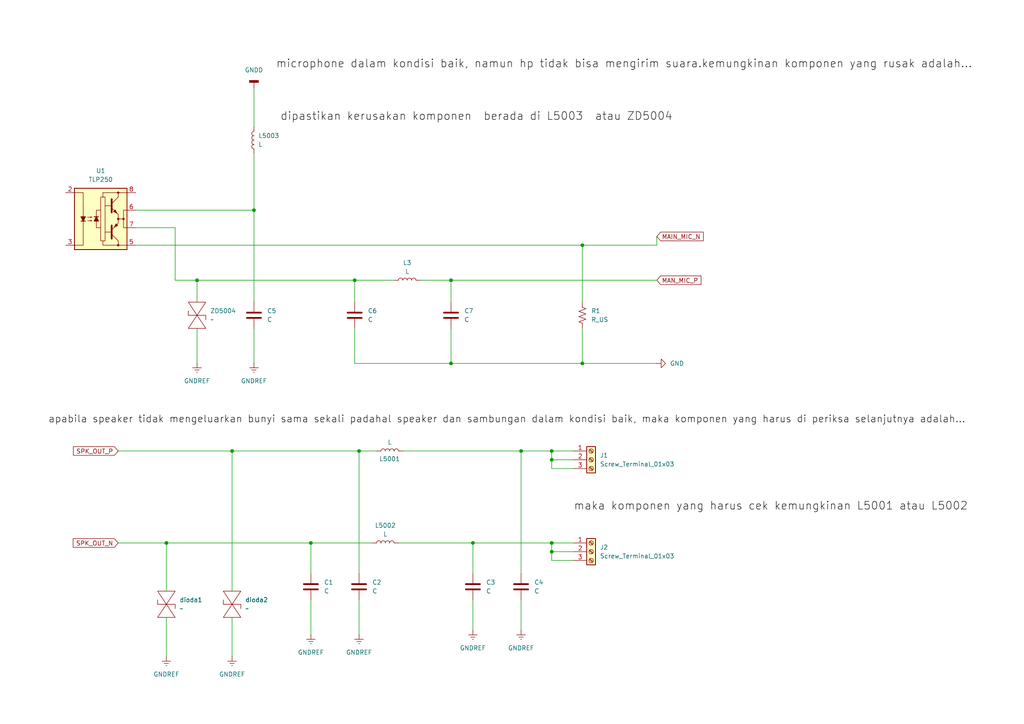
<source format=kicad_sch>
(kicad_sch
	(version 20250114)
	(generator "eeschema")
	(generator_version "9.0")
	(uuid "cef050b4-0b2f-44ba-862d-1af4e15a97d0")
	(paper "A4")
	(lib_symbols
		(symbol "Connector:Screw_Terminal_01x03"
			(pin_names
				(offset 1.016)
				(hide yes)
			)
			(exclude_from_sim no)
			(in_bom yes)
			(on_board yes)
			(property "Reference" "J"
				(at 0 5.08 0)
				(effects
					(font
						(size 1.27 1.27)
					)
				)
			)
			(property "Value" "Screw_Terminal_01x03"
				(at 0 -5.08 0)
				(effects
					(font
						(size 1.27 1.27)
					)
				)
			)
			(property "Footprint" ""
				(at 0 0 0)
				(effects
					(font
						(size 1.27 1.27)
					)
					(hide yes)
				)
			)
			(property "Datasheet" "~"
				(at 0 0 0)
				(effects
					(font
						(size 1.27 1.27)
					)
					(hide yes)
				)
			)
			(property "Description" "Generic screw terminal, single row, 01x03, script generated (kicad-library-utils/schlib/autogen/connector/)"
				(at 0 0 0)
				(effects
					(font
						(size 1.27 1.27)
					)
					(hide yes)
				)
			)
			(property "ki_keywords" "screw terminal"
				(at 0 0 0)
				(effects
					(font
						(size 1.27 1.27)
					)
					(hide yes)
				)
			)
			(property "ki_fp_filters" "TerminalBlock*:*"
				(at 0 0 0)
				(effects
					(font
						(size 1.27 1.27)
					)
					(hide yes)
				)
			)
			(symbol "Screw_Terminal_01x03_1_1"
				(rectangle
					(start -1.27 3.81)
					(end 1.27 -3.81)
					(stroke
						(width 0.254)
						(type default)
					)
					(fill
						(type background)
					)
				)
				(polyline
					(pts
						(xy -0.5334 2.8702) (xy 0.3302 2.032)
					)
					(stroke
						(width 0.1524)
						(type default)
					)
					(fill
						(type none)
					)
				)
				(polyline
					(pts
						(xy -0.5334 0.3302) (xy 0.3302 -0.508)
					)
					(stroke
						(width 0.1524)
						(type default)
					)
					(fill
						(type none)
					)
				)
				(polyline
					(pts
						(xy -0.5334 -2.2098) (xy 0.3302 -3.048)
					)
					(stroke
						(width 0.1524)
						(type default)
					)
					(fill
						(type none)
					)
				)
				(polyline
					(pts
						(xy -0.3556 3.048) (xy 0.508 2.2098)
					)
					(stroke
						(width 0.1524)
						(type default)
					)
					(fill
						(type none)
					)
				)
				(polyline
					(pts
						(xy -0.3556 0.508) (xy 0.508 -0.3302)
					)
					(stroke
						(width 0.1524)
						(type default)
					)
					(fill
						(type none)
					)
				)
				(polyline
					(pts
						(xy -0.3556 -2.032) (xy 0.508 -2.8702)
					)
					(stroke
						(width 0.1524)
						(type default)
					)
					(fill
						(type none)
					)
				)
				(circle
					(center 0 2.54)
					(radius 0.635)
					(stroke
						(width 0.1524)
						(type default)
					)
					(fill
						(type none)
					)
				)
				(circle
					(center 0 0)
					(radius 0.635)
					(stroke
						(width 0.1524)
						(type default)
					)
					(fill
						(type none)
					)
				)
				(circle
					(center 0 -2.54)
					(radius 0.635)
					(stroke
						(width 0.1524)
						(type default)
					)
					(fill
						(type none)
					)
				)
				(pin passive line
					(at -5.08 2.54 0)
					(length 3.81)
					(name "Pin_1"
						(effects
							(font
								(size 1.27 1.27)
							)
						)
					)
					(number "1"
						(effects
							(font
								(size 1.27 1.27)
							)
						)
					)
				)
				(pin passive line
					(at -5.08 0 0)
					(length 3.81)
					(name "Pin_2"
						(effects
							(font
								(size 1.27 1.27)
							)
						)
					)
					(number "2"
						(effects
							(font
								(size 1.27 1.27)
							)
						)
					)
				)
				(pin passive line
					(at -5.08 -2.54 0)
					(length 3.81)
					(name "Pin_3"
						(effects
							(font
								(size 1.27 1.27)
							)
						)
					)
					(number "3"
						(effects
							(font
								(size 1.27 1.27)
							)
						)
					)
				)
			)
			(embedded_fonts no)
		)
		(symbol "Device:C"
			(pin_numbers
				(hide yes)
			)
			(pin_names
				(offset 0.254)
			)
			(exclude_from_sim no)
			(in_bom yes)
			(on_board yes)
			(property "Reference" "C"
				(at 0.635 2.54 0)
				(effects
					(font
						(size 1.27 1.27)
					)
					(justify left)
				)
			)
			(property "Value" "C"
				(at 0.635 -2.54 0)
				(effects
					(font
						(size 1.27 1.27)
					)
					(justify left)
				)
			)
			(property "Footprint" ""
				(at 0.9652 -3.81 0)
				(effects
					(font
						(size 1.27 1.27)
					)
					(hide yes)
				)
			)
			(property "Datasheet" "~"
				(at 0 0 0)
				(effects
					(font
						(size 1.27 1.27)
					)
					(hide yes)
				)
			)
			(property "Description" "Unpolarized capacitor"
				(at 0 0 0)
				(effects
					(font
						(size 1.27 1.27)
					)
					(hide yes)
				)
			)
			(property "ki_keywords" "cap capacitor"
				(at 0 0 0)
				(effects
					(font
						(size 1.27 1.27)
					)
					(hide yes)
				)
			)
			(property "ki_fp_filters" "C_*"
				(at 0 0 0)
				(effects
					(font
						(size 1.27 1.27)
					)
					(hide yes)
				)
			)
			(symbol "C_0_1"
				(polyline
					(pts
						(xy -2.032 0.762) (xy 2.032 0.762)
					)
					(stroke
						(width 0.508)
						(type default)
					)
					(fill
						(type none)
					)
				)
				(polyline
					(pts
						(xy -2.032 -0.762) (xy 2.032 -0.762)
					)
					(stroke
						(width 0.508)
						(type default)
					)
					(fill
						(type none)
					)
				)
			)
			(symbol "C_1_1"
				(pin passive line
					(at 0 3.81 270)
					(length 2.794)
					(name "~"
						(effects
							(font
								(size 1.27 1.27)
							)
						)
					)
					(number "1"
						(effects
							(font
								(size 1.27 1.27)
							)
						)
					)
				)
				(pin passive line
					(at 0 -3.81 90)
					(length 2.794)
					(name "~"
						(effects
							(font
								(size 1.27 1.27)
							)
						)
					)
					(number "2"
						(effects
							(font
								(size 1.27 1.27)
							)
						)
					)
				)
			)
			(embedded_fonts no)
		)
		(symbol "Device:L"
			(pin_numbers
				(hide yes)
			)
			(pin_names
				(offset 1.016)
				(hide yes)
			)
			(exclude_from_sim no)
			(in_bom yes)
			(on_board yes)
			(property "Reference" "L"
				(at -1.27 0 90)
				(effects
					(font
						(size 1.27 1.27)
					)
				)
			)
			(property "Value" "L"
				(at 1.905 0 90)
				(effects
					(font
						(size 1.27 1.27)
					)
				)
			)
			(property "Footprint" ""
				(at 0 0 0)
				(effects
					(font
						(size 1.27 1.27)
					)
					(hide yes)
				)
			)
			(property "Datasheet" "~"
				(at 0 0 0)
				(effects
					(font
						(size 1.27 1.27)
					)
					(hide yes)
				)
			)
			(property "Description" "Inductor"
				(at 0 0 0)
				(effects
					(font
						(size 1.27 1.27)
					)
					(hide yes)
				)
			)
			(property "ki_keywords" "inductor choke coil reactor magnetic"
				(at 0 0 0)
				(effects
					(font
						(size 1.27 1.27)
					)
					(hide yes)
				)
			)
			(property "ki_fp_filters" "Choke_* *Coil* Inductor_* L_*"
				(at 0 0 0)
				(effects
					(font
						(size 1.27 1.27)
					)
					(hide yes)
				)
			)
			(symbol "L_0_1"
				(arc
					(start 0 2.54)
					(mid 0.6323 1.905)
					(end 0 1.27)
					(stroke
						(width 0)
						(type default)
					)
					(fill
						(type none)
					)
				)
				(arc
					(start 0 1.27)
					(mid 0.6323 0.635)
					(end 0 0)
					(stroke
						(width 0)
						(type default)
					)
					(fill
						(type none)
					)
				)
				(arc
					(start 0 0)
					(mid 0.6323 -0.635)
					(end 0 -1.27)
					(stroke
						(width 0)
						(type default)
					)
					(fill
						(type none)
					)
				)
				(arc
					(start 0 -1.27)
					(mid 0.6323 -1.905)
					(end 0 -2.54)
					(stroke
						(width 0)
						(type default)
					)
					(fill
						(type none)
					)
				)
			)
			(symbol "L_1_1"
				(pin passive line
					(at 0 3.81 270)
					(length 1.27)
					(name "1"
						(effects
							(font
								(size 1.27 1.27)
							)
						)
					)
					(number "1"
						(effects
							(font
								(size 1.27 1.27)
							)
						)
					)
				)
				(pin passive line
					(at 0 -3.81 90)
					(length 1.27)
					(name "2"
						(effects
							(font
								(size 1.27 1.27)
							)
						)
					)
					(number "2"
						(effects
							(font
								(size 1.27 1.27)
							)
						)
					)
				)
			)
			(embedded_fonts no)
		)
		(symbol "Device:R_US"
			(pin_numbers
				(hide yes)
			)
			(pin_names
				(offset 0)
			)
			(exclude_from_sim no)
			(in_bom yes)
			(on_board yes)
			(property "Reference" "R"
				(at 2.54 0 90)
				(effects
					(font
						(size 1.27 1.27)
					)
				)
			)
			(property "Value" "R_US"
				(at -2.54 0 90)
				(effects
					(font
						(size 1.27 1.27)
					)
				)
			)
			(property "Footprint" ""
				(at 1.016 -0.254 90)
				(effects
					(font
						(size 1.27 1.27)
					)
					(hide yes)
				)
			)
			(property "Datasheet" "~"
				(at 0 0 0)
				(effects
					(font
						(size 1.27 1.27)
					)
					(hide yes)
				)
			)
			(property "Description" "Resistor, US symbol"
				(at 0 0 0)
				(effects
					(font
						(size 1.27 1.27)
					)
					(hide yes)
				)
			)
			(property "ki_keywords" "R res resistor"
				(at 0 0 0)
				(effects
					(font
						(size 1.27 1.27)
					)
					(hide yes)
				)
			)
			(property "ki_fp_filters" "R_*"
				(at 0 0 0)
				(effects
					(font
						(size 1.27 1.27)
					)
					(hide yes)
				)
			)
			(symbol "R_US_0_1"
				(polyline
					(pts
						(xy 0 2.286) (xy 0 2.54)
					)
					(stroke
						(width 0)
						(type default)
					)
					(fill
						(type none)
					)
				)
				(polyline
					(pts
						(xy 0 2.286) (xy 1.016 1.905) (xy 0 1.524) (xy -1.016 1.143) (xy 0 0.762)
					)
					(stroke
						(width 0)
						(type default)
					)
					(fill
						(type none)
					)
				)
				(polyline
					(pts
						(xy 0 0.762) (xy 1.016 0.381) (xy 0 0) (xy -1.016 -0.381) (xy 0 -0.762)
					)
					(stroke
						(width 0)
						(type default)
					)
					(fill
						(type none)
					)
				)
				(polyline
					(pts
						(xy 0 -0.762) (xy 1.016 -1.143) (xy 0 -1.524) (xy -1.016 -1.905) (xy 0 -2.286)
					)
					(stroke
						(width 0)
						(type default)
					)
					(fill
						(type none)
					)
				)
				(polyline
					(pts
						(xy 0 -2.286) (xy 0 -2.54)
					)
					(stroke
						(width 0)
						(type default)
					)
					(fill
						(type none)
					)
				)
			)
			(symbol "R_US_1_1"
				(pin passive line
					(at 0 3.81 270)
					(length 1.27)
					(name "~"
						(effects
							(font
								(size 1.27 1.27)
							)
						)
					)
					(number "1"
						(effects
							(font
								(size 1.27 1.27)
							)
						)
					)
				)
				(pin passive line
					(at 0 -3.81 90)
					(length 1.27)
					(name "~"
						(effects
							(font
								(size 1.27 1.27)
							)
						)
					)
					(number "2"
						(effects
							(font
								(size 1.27 1.27)
							)
						)
					)
				)
			)
			(embedded_fonts no)
		)
		(symbol "Driver_FET:TLP250"
			(pin_names
				(hide yes)
			)
			(exclude_from_sim no)
			(in_bom yes)
			(on_board yes)
			(property "Reference" "U"
				(at 0 12.7 0)
				(effects
					(font
						(size 1.27 1.27)
					)
				)
			)
			(property "Value" "TLP250"
				(at 0 10.16 0)
				(effects
					(font
						(size 1.27 1.27)
					)
				)
			)
			(property "Footprint" "Package_DIP:DIP-8_W7.62mm"
				(at 0 -10.16 0)
				(effects
					(font
						(size 1.27 1.27)
						(italic yes)
					)
					(hide yes)
				)
			)
			(property "Datasheet" "http://toshiba.semicon-storage.com/info/docget.jsp?did=16821&prodName=TLP250"
				(at -2.286 0.127 0)
				(effects
					(font
						(size 1.27 1.27)
					)
					(justify left)
					(hide yes)
				)
			)
			(property "Description" "Gate Drive Optocoupler, Output Current 1.5/1.5A, DIP-8"
				(at 0 0 0)
				(effects
					(font
						(size 1.27 1.27)
					)
					(hide yes)
				)
			)
			(property "ki_keywords" "MOSFET Driver IGBT Driver Optocoupler"
				(at 0 0 0)
				(effects
					(font
						(size 1.27 1.27)
					)
					(hide yes)
				)
			)
			(property "ki_fp_filters" "DIP*W7.62mm*"
				(at 0 0 0)
				(effects
					(font
						(size 1.27 1.27)
					)
					(hide yes)
				)
			)
			(symbol "TLP250_0_1"
				(rectangle
					(start -7.62 8.89)
					(end 7.62 -8.89)
					(stroke
						(width 0.254)
						(type default)
					)
					(fill
						(type background)
					)
				)
				(polyline
					(pts
						(xy -7.62 7.62) (xy -5.08 7.62) (xy -5.08 -7.62) (xy -7.62 -7.62)
					)
					(stroke
						(width 0)
						(type default)
					)
					(fill
						(type none)
					)
				)
				(polyline
					(pts
						(xy -5.715 -0.635) (xy -4.445 -0.635)
					)
					(stroke
						(width 0.254)
						(type default)
					)
					(fill
						(type none)
					)
				)
				(polyline
					(pts
						(xy -5.08 -0.635) (xy -5.715 0.635) (xy -4.445 0.635) (xy -5.08 -0.635)
					)
					(stroke
						(width 0.254)
						(type default)
					)
					(fill
						(type outline)
					)
				)
				(polyline
					(pts
						(xy -3.81 0.508) (xy -2.54 0.508) (xy -2.921 0.381) (xy -2.921 0.635) (xy -2.54 0.508)
					)
					(stroke
						(width 0)
						(type default)
					)
					(fill
						(type none)
					)
				)
				(polyline
					(pts
						(xy -3.81 -0.508) (xy -2.54 -0.508) (xy -2.921 -0.635) (xy -2.921 -0.381) (xy -2.54 -0.508)
					)
					(stroke
						(width 0)
						(type default)
					)
					(fill
						(type none)
					)
				)
				(polyline
					(pts
						(xy -1.27 0.635) (xy -1.27 2.54) (xy 0 2.54)
					)
					(stroke
						(width 0)
						(type default)
					)
					(fill
						(type none)
					)
				)
				(polyline
					(pts
						(xy -1.27 0.635) (xy -0.635 -0.635) (xy -1.905 -0.635) (xy -1.27 0.635)
					)
					(stroke
						(width 0.254)
						(type default)
					)
					(fill
						(type outline)
					)
				)
				(polyline
					(pts
						(xy -1.27 -0.635) (xy -1.27 -2.54) (xy 0 -2.54)
					)
					(stroke
						(width 0)
						(type default)
					)
					(fill
						(type none)
					)
				)
				(polyline
					(pts
						(xy -0.635 0.635) (xy -1.905 0.635)
					)
					(stroke
						(width 0.254)
						(type default)
					)
					(fill
						(type none)
					)
				)
				(rectangle
					(start 0.635 6.35)
					(end 0.635 7.62)
					(stroke
						(width 0)
						(type default)
					)
					(fill
						(type none)
					)
				)
				(rectangle
					(start 0.635 6.35)
					(end 0.635 6.35)
					(stroke
						(width 0)
						(type default)
					)
					(fill
						(type none)
					)
				)
				(polyline
					(pts
						(xy 0.635 -6.35) (xy 0.635 -7.62) (xy 7.62 -7.62)
					)
					(stroke
						(width 0)
						(type default)
					)
					(fill
						(type none)
					)
				)
				(polyline
					(pts
						(xy 1.27 6.35) (xy 1.27 -6.35) (xy 0 -6.35) (xy 0 6.35) (xy 1.27 6.35)
					)
					(stroke
						(width 0)
						(type default)
					)
					(fill
						(type none)
					)
				)
				(polyline
					(pts
						(xy 3.048 3.81) (xy 1.27 3.81)
					)
					(stroke
						(width 0)
						(type default)
					)
					(fill
						(type none)
					)
				)
				(polyline
					(pts
						(xy 3.048 -3.81) (xy 1.27 -3.81)
					)
					(stroke
						(width 0)
						(type default)
					)
					(fill
						(type none)
					)
				)
				(polyline
					(pts
						(xy 3.175 5.715) (xy 3.175 1.905) (xy 3.175 1.905)
					)
					(stroke
						(width 0.508)
						(type default)
					)
					(fill
						(type none)
					)
				)
				(polyline
					(pts
						(xy 3.175 4.445) (xy 5.08 6.35)
					)
					(stroke
						(width 0)
						(type default)
					)
					(fill
						(type none)
					)
				)
				(polyline
					(pts
						(xy 3.175 -4.445) (xy 5.08 -6.35)
					)
					(stroke
						(width 0)
						(type default)
					)
					(fill
						(type none)
					)
				)
				(polyline
					(pts
						(xy 3.175 -5.715) (xy 3.175 -1.905) (xy 3.175 -1.905)
					)
					(stroke
						(width 0.508)
						(type default)
					)
					(fill
						(type none)
					)
				)
				(polyline
					(pts
						(xy 3.683 2.159) (xy 4.191 2.667) (xy 4.699 1.651) (xy 3.683 2.159) (xy 3.683 2.159)
					)
					(stroke
						(width 0)
						(type default)
					)
					(fill
						(type outline)
					)
				)
				(polyline
					(pts
						(xy 4.953 -1.905) (xy 4.445 -1.397) (xy 3.937 -2.413) (xy 4.953 -1.905) (xy 4.953 -1.905)
					)
					(stroke
						(width 0)
						(type default)
					)
					(fill
						(type outline)
					)
				)
				(circle
					(center 5.08 7.62)
					(radius 0.254)
					(stroke
						(width 0)
						(type default)
					)
					(fill
						(type outline)
					)
				)
				(polyline
					(pts
						(xy 5.08 6.35) (xy 5.08 7.62)
					)
					(stroke
						(width 0)
						(type default)
					)
					(fill
						(type none)
					)
				)
				(polyline
					(pts
						(xy 5.08 1.27) (xy 3.175 3.175)
					)
					(stroke
						(width 0)
						(type default)
					)
					(fill
						(type outline)
					)
				)
				(rectangle
					(start 5.08 1.27)
					(end 5.08 -1.27)
					(stroke
						(width 0)
						(type default)
					)
					(fill
						(type none)
					)
				)
				(polyline
					(pts
						(xy 5.08 0) (xy 6.604 0)
					)
					(stroke
						(width 0)
						(type default)
					)
					(fill
						(type none)
					)
				)
				(circle
					(center 5.08 0)
					(radius 0.254)
					(stroke
						(width 0)
						(type default)
					)
					(fill
						(type outline)
					)
				)
				(polyline
					(pts
						(xy 5.08 -1.27) (xy 3.175 -3.175)
					)
					(stroke
						(width 0)
						(type default)
					)
					(fill
						(type outline)
					)
				)
				(polyline
					(pts
						(xy 5.08 -6.35) (xy 5.08 -7.62)
					)
					(stroke
						(width 0)
						(type default)
					)
					(fill
						(type none)
					)
				)
				(circle
					(center 5.08 -7.62)
					(radius 0.254)
					(stroke
						(width 0)
						(type default)
					)
					(fill
						(type outline)
					)
				)
				(circle
					(center 6.604 0)
					(radius 0.254)
					(stroke
						(width 0)
						(type default)
					)
					(fill
						(type outline)
					)
				)
				(polyline
					(pts
						(xy 7.62 7.62) (xy 0.635 7.62)
					)
					(stroke
						(width 0)
						(type default)
					)
					(fill
						(type none)
					)
				)
				(polyline
					(pts
						(xy 7.62 2.54) (xy 6.604 2.54) (xy 6.604 -2.54) (xy 7.62 -2.54)
					)
					(stroke
						(width 0)
						(type default)
					)
					(fill
						(type none)
					)
				)
			)
			(symbol "TLP250_1_1"
				(pin passive line
					(at -10.16 7.62 0)
					(length 2.54)
					(name "A"
						(effects
							(font
								(size 1.27 1.27)
							)
						)
					)
					(number "2"
						(effects
							(font
								(size 1.27 1.27)
							)
						)
					)
				)
				(pin passive line
					(at -10.16 -7.62 0)
					(length 2.54)
					(name "C"
						(effects
							(font
								(size 1.27 1.27)
							)
						)
					)
					(number "3"
						(effects
							(font
								(size 1.27 1.27)
							)
						)
					)
				)
				(pin no_connect line
					(at -7.62 2.54 0)
					(length 2.54)
					(hide yes)
					(name "NC"
						(effects
							(font
								(size 1.27 1.27)
							)
						)
					)
					(number "1"
						(effects
							(font
								(size 1.27 1.27)
							)
						)
					)
				)
				(pin no_connect line
					(at -7.62 -2.54 0)
					(length 2.54)
					(hide yes)
					(name "NC"
						(effects
							(font
								(size 1.27 1.27)
							)
						)
					)
					(number "4"
						(effects
							(font
								(size 1.27 1.27)
							)
						)
					)
				)
				(pin power_in line
					(at 10.16 7.62 180)
					(length 2.54)
					(name "VCC"
						(effects
							(font
								(size 1.27 1.27)
							)
						)
					)
					(number "8"
						(effects
							(font
								(size 1.27 1.27)
							)
						)
					)
				)
				(pin output line
					(at 10.16 2.54 180)
					(length 2.54)
					(name "VO"
						(effects
							(font
								(size 1.27 1.27)
							)
						)
					)
					(number "6"
						(effects
							(font
								(size 1.27 1.27)
							)
						)
					)
				)
				(pin output line
					(at 10.16 -2.54 180)
					(length 2.54)
					(name "VO"
						(effects
							(font
								(size 1.27 1.27)
							)
						)
					)
					(number "7"
						(effects
							(font
								(size 1.27 1.27)
							)
						)
					)
				)
				(pin power_in line
					(at 10.16 -7.62 180)
					(length 2.54)
					(name "VEE"
						(effects
							(font
								(size 1.27 1.27)
							)
						)
					)
					(number "5"
						(effects
							(font
								(size 1.27 1.27)
							)
						)
					)
				)
			)
			(embedded_fonts no)
		)
		(symbol "dioda zener:dioda_zener"
			(exclude_from_sim no)
			(in_bom yes)
			(on_board yes)
			(property "Reference" "dioda"
				(at 6.858 2.794 0)
				(effects
					(font
						(size 1.27 1.27)
					)
				)
			)
			(property "Value" ""
				(at 0 0 0)
				(effects
					(font
						(size 1.27 1.27)
					)
				)
			)
			(property "Footprint" ""
				(at 0 0 0)
				(effects
					(font
						(size 1.27 1.27)
					)
					(hide yes)
				)
			)
			(property "Datasheet" ""
				(at 0 0 0)
				(effects
					(font
						(size 1.27 1.27)
					)
					(hide yes)
				)
			)
			(property "Description" ""
				(at 0 0 0)
				(effects
					(font
						(size 1.27 1.27)
					)
					(hide yes)
				)
			)
			(symbol "dioda_zener_0_1"
				(polyline
					(pts
						(xy -10.16 15.24) (xy -10.16 15.24)
					)
					(stroke
						(width 0)
						(type default)
					)
					(fill
						(type none)
					)
				)
				(polyline
					(pts
						(xy 5.08 15.24) (xy 10.16 15.24) (xy 7.62 11.43) (xy 5.08 15.24)
					)
					(stroke
						(width 0)
						(type default)
					)
					(fill
						(type none)
					)
				)
				(polyline
					(pts
						(xy 5.08 12.7) (xy 5.08 11.43) (xy 10.16 11.43) (xy 10.16 10.16)
					)
					(stroke
						(width 0)
						(type default)
					)
					(fill
						(type none)
					)
				)
				(polyline
					(pts
						(xy 7.62 11.43) (xy 5.08 7.62) (xy 10.16 7.62) (xy 7.62 11.43)
					)
					(stroke
						(width 0)
						(type default)
					)
					(fill
						(type none)
					)
				)
			)
			(embedded_fonts no)
		)
		(symbol "power:GND"
			(power)
			(pin_numbers
				(hide yes)
			)
			(pin_names
				(offset 0)
				(hide yes)
			)
			(exclude_from_sim no)
			(in_bom yes)
			(on_board yes)
			(property "Reference" "#PWR"
				(at 0 -6.35 0)
				(effects
					(font
						(size 1.27 1.27)
					)
					(hide yes)
				)
			)
			(property "Value" "GND"
				(at 0 -3.81 0)
				(effects
					(font
						(size 1.27 1.27)
					)
				)
			)
			(property "Footprint" ""
				(at 0 0 0)
				(effects
					(font
						(size 1.27 1.27)
					)
					(hide yes)
				)
			)
			(property "Datasheet" ""
				(at 0 0 0)
				(effects
					(font
						(size 1.27 1.27)
					)
					(hide yes)
				)
			)
			(property "Description" "Power symbol creates a global label with name \"GND\" , ground"
				(at 0 0 0)
				(effects
					(font
						(size 1.27 1.27)
					)
					(hide yes)
				)
			)
			(property "ki_keywords" "global power"
				(at 0 0 0)
				(effects
					(font
						(size 1.27 1.27)
					)
					(hide yes)
				)
			)
			(symbol "GND_0_1"
				(polyline
					(pts
						(xy 0 0) (xy 0 -1.27) (xy 1.27 -1.27) (xy 0 -2.54) (xy -1.27 -1.27) (xy 0 -1.27)
					)
					(stroke
						(width 0)
						(type default)
					)
					(fill
						(type none)
					)
				)
			)
			(symbol "GND_1_1"
				(pin power_in line
					(at 0 0 270)
					(length 0)
					(name "~"
						(effects
							(font
								(size 1.27 1.27)
							)
						)
					)
					(number "1"
						(effects
							(font
								(size 1.27 1.27)
							)
						)
					)
				)
			)
			(embedded_fonts no)
		)
		(symbol "power:GNDD"
			(power)
			(pin_numbers
				(hide yes)
			)
			(pin_names
				(offset 0)
				(hide yes)
			)
			(exclude_from_sim no)
			(in_bom yes)
			(on_board yes)
			(property "Reference" "#PWR"
				(at 0 -6.35 0)
				(effects
					(font
						(size 1.27 1.27)
					)
					(hide yes)
				)
			)
			(property "Value" "GNDD"
				(at 0 -3.175 0)
				(effects
					(font
						(size 1.27 1.27)
					)
				)
			)
			(property "Footprint" ""
				(at 0 0 0)
				(effects
					(font
						(size 1.27 1.27)
					)
					(hide yes)
				)
			)
			(property "Datasheet" ""
				(at 0 0 0)
				(effects
					(font
						(size 1.27 1.27)
					)
					(hide yes)
				)
			)
			(property "Description" "Power symbol creates a global label with name \"GNDD\" , digital ground"
				(at 0 0 0)
				(effects
					(font
						(size 1.27 1.27)
					)
					(hide yes)
				)
			)
			(property "ki_keywords" "global power"
				(at 0 0 0)
				(effects
					(font
						(size 1.27 1.27)
					)
					(hide yes)
				)
			)
			(symbol "GNDD_0_1"
				(rectangle
					(start -1.27 -1.524)
					(end 1.27 -2.032)
					(stroke
						(width 0.254)
						(type default)
					)
					(fill
						(type outline)
					)
				)
				(polyline
					(pts
						(xy 0 0) (xy 0 -1.524)
					)
					(stroke
						(width 0)
						(type default)
					)
					(fill
						(type none)
					)
				)
			)
			(symbol "GNDD_1_1"
				(pin power_in line
					(at 0 0 270)
					(length 0)
					(name "~"
						(effects
							(font
								(size 1.27 1.27)
							)
						)
					)
					(number "1"
						(effects
							(font
								(size 1.27 1.27)
							)
						)
					)
				)
			)
			(embedded_fonts no)
		)
		(symbol "power:GNDREF"
			(power)
			(pin_numbers
				(hide yes)
			)
			(pin_names
				(offset 0)
				(hide yes)
			)
			(exclude_from_sim no)
			(in_bom yes)
			(on_board yes)
			(property "Reference" "#PWR"
				(at 0 -6.35 0)
				(effects
					(font
						(size 1.27 1.27)
					)
					(hide yes)
				)
			)
			(property "Value" "GNDREF"
				(at 0 -3.81 0)
				(effects
					(font
						(size 1.27 1.27)
					)
				)
			)
			(property "Footprint" ""
				(at 0 0 0)
				(effects
					(font
						(size 1.27 1.27)
					)
					(hide yes)
				)
			)
			(property "Datasheet" ""
				(at 0 0 0)
				(effects
					(font
						(size 1.27 1.27)
					)
					(hide yes)
				)
			)
			(property "Description" "Power symbol creates a global label with name \"GNDREF\" , reference supply ground"
				(at 0 0 0)
				(effects
					(font
						(size 1.27 1.27)
					)
					(hide yes)
				)
			)
			(property "ki_keywords" "global power"
				(at 0 0 0)
				(effects
					(font
						(size 1.27 1.27)
					)
					(hide yes)
				)
			)
			(symbol "GNDREF_0_1"
				(polyline
					(pts
						(xy -0.635 -1.905) (xy 0.635 -1.905)
					)
					(stroke
						(width 0)
						(type default)
					)
					(fill
						(type none)
					)
				)
				(polyline
					(pts
						(xy -0.127 -2.54) (xy 0.127 -2.54)
					)
					(stroke
						(width 0)
						(type default)
					)
					(fill
						(type none)
					)
				)
				(polyline
					(pts
						(xy 0 -1.27) (xy 0 0)
					)
					(stroke
						(width 0)
						(type default)
					)
					(fill
						(type none)
					)
				)
				(polyline
					(pts
						(xy 1.27 -1.27) (xy -1.27 -1.27)
					)
					(stroke
						(width 0)
						(type default)
					)
					(fill
						(type none)
					)
				)
			)
			(symbol "GNDREF_1_1"
				(pin power_in line
					(at 0 0 270)
					(length 0)
					(name "~"
						(effects
							(font
								(size 1.27 1.27)
							)
						)
					)
					(number "1"
						(effects
							(font
								(size 1.27 1.27)
							)
						)
					)
				)
			)
			(embedded_fonts no)
		)
	)
	(junction
		(at 57.15 81.28)
		(diameter 0)
		(color 0 0 0 0)
		(uuid "01c78197-0dd4-4de3-ac39-182fe6c7f43b")
	)
	(junction
		(at 102.87 81.28)
		(diameter 0)
		(color 0 0 0 0)
		(uuid "0c9217ba-c478-4a42-aab0-b244eee0e54e")
	)
	(junction
		(at 104.14 130.81)
		(diameter 0)
		(color 0 0 0 0)
		(uuid "3a3e6fc8-ae1a-4b4d-b685-fef89cfb9e97")
	)
	(junction
		(at 48.26 157.48)
		(diameter 0)
		(color 0 0 0 0)
		(uuid "3cfacd2e-6133-4166-9f6c-6208ac30e395")
	)
	(junction
		(at 168.91 105.41)
		(diameter 0)
		(color 0 0 0 0)
		(uuid "3fda5263-f034-4884-a020-4505f0e95835")
	)
	(junction
		(at 137.16 157.48)
		(diameter 0)
		(color 0 0 0 0)
		(uuid "4ce6c78b-0758-4a0e-9cf0-5865fb39dc67")
	)
	(junction
		(at 130.81 81.28)
		(diameter 0)
		(color 0 0 0 0)
		(uuid "619c857a-6d69-4ee0-9c1a-27c36aad4206")
	)
	(junction
		(at 130.81 105.41)
		(diameter 0)
		(color 0 0 0 0)
		(uuid "633fa848-86dc-482b-aae1-ae145886bd83")
	)
	(junction
		(at 151.13 130.81)
		(diameter 0)
		(color 0 0 0 0)
		(uuid "640ea8d4-fc50-4763-9a2e-d703c89f8439")
	)
	(junction
		(at 160.02 133.35)
		(diameter 0)
		(color 0 0 0 0)
		(uuid "73c87db7-7abd-4eb3-ba40-110312f2c3f1")
	)
	(junction
		(at 168.91 71.12)
		(diameter 0)
		(color 0 0 0 0)
		(uuid "7b767908-ecdc-4346-b97d-d162b54c4edb")
	)
	(junction
		(at 160.02 157.48)
		(diameter 0)
		(color 0 0 0 0)
		(uuid "89dc08e1-909f-45e7-95bf-b0c1c2dc2a41")
	)
	(junction
		(at 73.66 60.96)
		(diameter 0)
		(color 0 0 0 0)
		(uuid "c17ca7dd-eea3-4103-81f0-856d9245b965")
	)
	(junction
		(at 160.02 160.02)
		(diameter 0)
		(color 0 0 0 0)
		(uuid "d7b8b5cf-d781-4ccb-967f-c003e9ecbcf0")
	)
	(junction
		(at 90.17 157.48)
		(diameter 0)
		(color 0 0 0 0)
		(uuid "ea11c833-3fa2-4836-b62e-06698be87fcb")
	)
	(junction
		(at 67.31 130.81)
		(diameter 0)
		(color 0 0 0 0)
		(uuid "fb42ccbc-99b0-4917-9b07-171423a7442a")
	)
	(junction
		(at 160.02 130.81)
		(diameter 0)
		(color 0 0 0 0)
		(uuid "fc07955e-c655-4969-b411-fcfb67ae7210")
	)
	(wire
		(pts
			(xy 190.5 71.12) (xy 190.5 68.58)
		)
		(stroke
			(width 0)
			(type default)
		)
		(uuid "0533dadc-7a13-41e2-a838-019276112368")
	)
	(wire
		(pts
			(xy 104.14 130.81) (xy 104.14 166.37)
		)
		(stroke
			(width 0)
			(type default)
		)
		(uuid "070cd592-a785-4c13-995f-83f7de9cfaa9")
	)
	(wire
		(pts
			(xy 168.91 95.25) (xy 168.91 105.41)
		)
		(stroke
			(width 0)
			(type default)
		)
		(uuid "09efe9c4-b656-4c28-ae13-b2dc62e2c191")
	)
	(wire
		(pts
			(xy 67.31 179.07) (xy 67.31 190.5)
		)
		(stroke
			(width 0)
			(type default)
		)
		(uuid "0cd1ee01-d613-49bb-af42-ebeeb4133053")
	)
	(wire
		(pts
			(xy 115.57 157.48) (xy 137.16 157.48)
		)
		(stroke
			(width 0)
			(type default)
		)
		(uuid "10806cd4-5697-4f18-bb97-5129c08ba6da")
	)
	(wire
		(pts
			(xy 50.8 81.28) (xy 57.15 81.28)
		)
		(stroke
			(width 0)
			(type default)
		)
		(uuid "11b24d8e-550e-4ae8-9b99-444d06711dfe")
	)
	(wire
		(pts
			(xy 130.81 87.63) (xy 130.81 81.28)
		)
		(stroke
			(width 0)
			(type default)
		)
		(uuid "16d1cd6f-c1d6-4ae5-a468-c430232ff811")
	)
	(wire
		(pts
			(xy 73.66 60.96) (xy 73.66 44.45)
		)
		(stroke
			(width 0)
			(type default)
		)
		(uuid "17382a04-79f7-4c34-a6d4-fa6b29265c14")
	)
	(wire
		(pts
			(xy 166.37 133.35) (xy 160.02 133.35)
		)
		(stroke
			(width 0)
			(type default)
		)
		(uuid "18ff5e7d-670b-4645-807a-b807e63224b5")
	)
	(wire
		(pts
			(xy 50.8 66.04) (xy 50.8 81.28)
		)
		(stroke
			(width 0)
			(type default)
		)
		(uuid "1a4962aa-b004-4b27-a557-b7adf6d35054")
	)
	(wire
		(pts
			(xy 57.15 87.63) (xy 57.15 81.28)
		)
		(stroke
			(width 0)
			(type default)
		)
		(uuid "1ae9b297-d092-4dfb-b23a-39560d4ba53d")
	)
	(wire
		(pts
			(xy 160.02 130.81) (xy 166.37 130.81)
		)
		(stroke
			(width 0)
			(type default)
		)
		(uuid "1bde9301-411c-4c21-ba54-bf7c481d9bb0")
	)
	(wire
		(pts
			(xy 90.17 157.48) (xy 90.17 166.37)
		)
		(stroke
			(width 0)
			(type default)
		)
		(uuid "1d3f5909-b95c-49af-8780-22c15f743115")
	)
	(wire
		(pts
			(xy 104.14 173.99) (xy 104.14 184.15)
		)
		(stroke
			(width 0)
			(type default)
		)
		(uuid "1ebac4c7-7f75-445d-a189-8023a9332815")
	)
	(wire
		(pts
			(xy 168.91 105.41) (xy 190.5 105.41)
		)
		(stroke
			(width 0)
			(type default)
		)
		(uuid "27b1bc1e-7113-4dd6-be01-0c01cea65582")
	)
	(wire
		(pts
			(xy 90.17 173.99) (xy 90.17 184.15)
		)
		(stroke
			(width 0)
			(type default)
		)
		(uuid "2cfbd097-af71-4990-9dd2-874473db9d3c")
	)
	(wire
		(pts
			(xy 160.02 160.02) (xy 160.02 162.56)
		)
		(stroke
			(width 0)
			(type default)
		)
		(uuid "36b3e037-2204-4883-b0ea-ca07ed0df7eb")
	)
	(wire
		(pts
			(xy 102.87 105.41) (xy 130.81 105.41)
		)
		(stroke
			(width 0)
			(type default)
		)
		(uuid "3dda910f-301d-4bf9-82ec-c9e03a54013f")
	)
	(wire
		(pts
			(xy 121.92 81.28) (xy 130.81 81.28)
		)
		(stroke
			(width 0)
			(type default)
		)
		(uuid "4430ba72-18f5-459a-b367-887bac303c1d")
	)
	(wire
		(pts
			(xy 160.02 130.81) (xy 160.02 133.35)
		)
		(stroke
			(width 0)
			(type default)
		)
		(uuid "4b08ce11-99a0-41b2-b6b7-399af23ba4ce")
	)
	(wire
		(pts
			(xy 102.87 81.28) (xy 102.87 87.63)
		)
		(stroke
			(width 0)
			(type default)
		)
		(uuid "4ba90471-2bd6-49bb-8d52-eb59b5e53bc4")
	)
	(wire
		(pts
			(xy 48.26 179.07) (xy 48.26 190.5)
		)
		(stroke
			(width 0)
			(type default)
		)
		(uuid "57f23299-1863-4a30-98b9-8c13387feadf")
	)
	(wire
		(pts
			(xy 39.37 71.12) (xy 168.91 71.12)
		)
		(stroke
			(width 0)
			(type default)
		)
		(uuid "756f33d0-4506-4a28-891e-a55a48512d5b")
	)
	(wire
		(pts
			(xy 39.37 66.04) (xy 50.8 66.04)
		)
		(stroke
			(width 0)
			(type default)
		)
		(uuid "7a1578ec-c665-4fe4-9213-300fb3542038")
	)
	(wire
		(pts
			(xy 168.91 71.12) (xy 168.91 87.63)
		)
		(stroke
			(width 0)
			(type default)
		)
		(uuid "7b18b452-2461-4659-9961-a8aeedf89b72")
	)
	(wire
		(pts
			(xy 166.37 162.56) (xy 160.02 162.56)
		)
		(stroke
			(width 0)
			(type default)
		)
		(uuid "7bb1d89d-5c74-45f0-87bf-91501bb267a4")
	)
	(wire
		(pts
			(xy 160.02 133.35) (xy 160.02 135.89)
		)
		(stroke
			(width 0)
			(type default)
		)
		(uuid "7fab6b35-da1f-4e92-be30-56e391e95043")
	)
	(wire
		(pts
			(xy 137.16 157.48) (xy 160.02 157.48)
		)
		(stroke
			(width 0)
			(type default)
		)
		(uuid "80b35cef-dff9-40d8-94c1-7a204a15845a")
	)
	(wire
		(pts
			(xy 160.02 160.02) (xy 160.02 157.48)
		)
		(stroke
			(width 0)
			(type default)
		)
		(uuid "8ee9ecd3-6ed3-485b-880d-c72c006cf983")
	)
	(wire
		(pts
			(xy 102.87 95.25) (xy 102.87 105.41)
		)
		(stroke
			(width 0)
			(type default)
		)
		(uuid "9111a5a7-f5d4-49eb-954d-efb8b7f330c6")
	)
	(wire
		(pts
			(xy 90.17 157.48) (xy 107.95 157.48)
		)
		(stroke
			(width 0)
			(type default)
		)
		(uuid "91a07fd2-f9eb-4cec-ad0d-8caacaf7589b")
	)
	(wire
		(pts
			(xy 130.81 95.25) (xy 130.81 105.41)
		)
		(stroke
			(width 0)
			(type default)
		)
		(uuid "94158169-9243-4e00-b52b-96b5f5370b89")
	)
	(wire
		(pts
			(xy 168.91 71.12) (xy 190.5 71.12)
		)
		(stroke
			(width 0)
			(type default)
		)
		(uuid "96c2f8af-ff8c-41fc-b67c-62d104e7ad9b")
	)
	(wire
		(pts
			(xy 166.37 135.89) (xy 160.02 135.89)
		)
		(stroke
			(width 0)
			(type default)
		)
		(uuid "9a9a687d-f088-47c3-821a-0c2446150e34")
	)
	(wire
		(pts
			(xy 160.02 157.48) (xy 166.37 157.48)
		)
		(stroke
			(width 0)
			(type default)
		)
		(uuid "9b6020e6-c5ca-4d5b-9867-3ccd1c202945")
	)
	(wire
		(pts
			(xy 34.29 157.48) (xy 48.26 157.48)
		)
		(stroke
			(width 0)
			(type default)
		)
		(uuid "9dc16a1f-39b6-477d-b0a7-a96f9dec6933")
	)
	(wire
		(pts
			(xy 151.13 130.81) (xy 151.13 166.37)
		)
		(stroke
			(width 0)
			(type default)
		)
		(uuid "9dd0389b-aa08-4a97-9cfd-ceba71812017")
	)
	(wire
		(pts
			(xy 116.84 130.81) (xy 151.13 130.81)
		)
		(stroke
			(width 0)
			(type default)
		)
		(uuid "a0012bde-21c9-40b7-91ce-01f11af34366")
	)
	(wire
		(pts
			(xy 57.15 81.28) (xy 102.87 81.28)
		)
		(stroke
			(width 0)
			(type default)
		)
		(uuid "a534a455-e23c-4434-b102-ef3173b0b886")
	)
	(wire
		(pts
			(xy 67.31 130.81) (xy 104.14 130.81)
		)
		(stroke
			(width 0)
			(type default)
		)
		(uuid "acb4a631-c1f5-4d2a-bfa2-8a5e7699607f")
	)
	(wire
		(pts
			(xy 57.15 95.25) (xy 57.15 105.41)
		)
		(stroke
			(width 0)
			(type default)
		)
		(uuid "ad1a3222-47dc-4976-93a2-bc90fdf41262")
	)
	(wire
		(pts
			(xy 34.29 130.81) (xy 67.31 130.81)
		)
		(stroke
			(width 0)
			(type default)
		)
		(uuid "aea7b57f-c881-4305-8dd6-990930838f6f")
	)
	(wire
		(pts
			(xy 137.16 173.99) (xy 137.16 182.88)
		)
		(stroke
			(width 0)
			(type default)
		)
		(uuid "afc4c1f7-a43a-41f2-ad46-2afc8fbc02bb")
	)
	(wire
		(pts
			(xy 130.81 105.41) (xy 168.91 105.41)
		)
		(stroke
			(width 0)
			(type default)
		)
		(uuid "b4c2d746-a5b1-4c34-b3df-944ea0ee7cc0")
	)
	(wire
		(pts
			(xy 166.37 160.02) (xy 160.02 160.02)
		)
		(stroke
			(width 0)
			(type default)
		)
		(uuid "bd6c7349-551d-49aa-bd29-5903cf1cee84")
	)
	(wire
		(pts
			(xy 48.26 171.45) (xy 48.26 157.48)
		)
		(stroke
			(width 0)
			(type default)
		)
		(uuid "bf50a169-7a87-46a7-b435-2efeec1b341f")
	)
	(wire
		(pts
			(xy 73.66 60.96) (xy 73.66 87.63)
		)
		(stroke
			(width 0)
			(type default)
		)
		(uuid "bfe93fce-2746-48ab-8bb3-07ada9627a5f")
	)
	(wire
		(pts
			(xy 73.66 25.4) (xy 73.66 36.83)
		)
		(stroke
			(width 0)
			(type default)
		)
		(uuid "c23eade1-fddb-4d2a-b615-148bb2cde644")
	)
	(wire
		(pts
			(xy 39.37 60.96) (xy 73.66 60.96)
		)
		(stroke
			(width 0)
			(type default)
		)
		(uuid "c2a5cda2-4300-4e08-a7eb-5538314437c4")
	)
	(wire
		(pts
			(xy 67.31 130.81) (xy 67.31 171.45)
		)
		(stroke
			(width 0)
			(type default)
		)
		(uuid "c3f3e09d-8178-4db3-9439-b61409d508d0")
	)
	(wire
		(pts
			(xy 130.81 81.28) (xy 190.5 81.28)
		)
		(stroke
			(width 0)
			(type default)
		)
		(uuid "cb432572-741c-4c9d-91cf-f97baf48edf8")
	)
	(wire
		(pts
			(xy 104.14 130.81) (xy 109.22 130.81)
		)
		(stroke
			(width 0)
			(type default)
		)
		(uuid "d13ea89f-ca42-4628-b6f6-3b3f6c8a9543")
	)
	(wire
		(pts
			(xy 137.16 157.48) (xy 137.16 166.37)
		)
		(stroke
			(width 0)
			(type default)
		)
		(uuid "e1934389-23c2-44f1-90e4-98e2e72a9e8e")
	)
	(wire
		(pts
			(xy 151.13 173.99) (xy 151.13 182.88)
		)
		(stroke
			(width 0)
			(type default)
		)
		(uuid "e86cc048-8710-491c-8891-ff07e39ad7bf")
	)
	(wire
		(pts
			(xy 151.13 130.81) (xy 160.02 130.81)
		)
		(stroke
			(width 0)
			(type default)
		)
		(uuid "eb435075-ce34-4a92-9675-eb213498c19b")
	)
	(wire
		(pts
			(xy 73.66 95.25) (xy 73.66 105.41)
		)
		(stroke
			(width 0)
			(type default)
		)
		(uuid "ef05fdb5-5a2e-4c0a-b8a7-2e3daf344148")
	)
	(wire
		(pts
			(xy 48.26 157.48) (xy 90.17 157.48)
		)
		(stroke
			(width 0)
			(type default)
		)
		(uuid "f414af30-fcd1-49fa-b3c7-43d1aa7f1160")
	)
	(wire
		(pts
			(xy 102.87 81.28) (xy 114.3 81.28)
		)
		(stroke
			(width 0)
			(type default)
		)
		(uuid "ffc36dcb-448e-4e9f-b355-67bbb9827b66")
	)
	(label "maka komponen yang harus cek kemungkinan L5001 atau L5002"
		(at 166.37 148.59 0)
		(effects
			(font
				(size 2.286 2.286)
			)
			(justify left bottom)
		)
		(uuid "95c0b121-cac9-4c4d-b306-05f87bdf4f9f")
	)
	(label "dipastikan kerusakan komponen  berada di L5003  atau ZD5004"
		(at 81.28 35.56 0)
		(effects
			(font
				(size 2.286 2.286)
			)
			(justify left bottom)
		)
		(uuid "aa4bb353-9b0c-4e95-b02c-5621069c500f")
	)
	(label "apabila speaker tidak mengeluarkan bunyi sama sekali padahal speaker dan sambungan dalam kondisi baik, maka komponen yang harus di periksa selanjutnya adalah..."
		(at 13.97 123.19 0)
		(effects
			(font
				(size 2.032 2.032)
			)
			(justify left bottom)
		)
		(uuid "ad2a2184-747b-440b-aa71-84dbfaea6495")
	)
	(label "microphone dalam kondisi baik, namun hp tidak bisa mengirim suara.kemungkinan komponen yang rusak adalah..."
		(at 80.01 20.32 0)
		(effects
			(font
				(size 2.286 2.286)
			)
			(justify left bottom)
		)
		(uuid "f1d06ec1-8e7e-4251-aef1-9e8ea2ae8cc6")
	)
	(global_label "SPK_OUT_N"
		(shape input)
		(at 34.29 157.48 180)
		(fields_autoplaced yes)
		(effects
			(font
				(size 1.27 1.27)
			)
			(justify right)
		)
		(uuid "1ecfe2ae-4feb-48aa-b896-c78b660dbcfb")
		(property "Intersheetrefs" "${INTERSHEET_REFS}"
			(at 20.661 157.48 0)
			(effects
				(font
					(size 1.27 1.27)
				)
				(justify right)
				(hide yes)
			)
		)
	)
	(global_label "MAIN_MIC_N"
		(shape input)
		(at 190.5 68.58 0)
		(fields_autoplaced yes)
		(effects
			(font
				(size 1.27 1.27)
			)
			(justify left)
		)
		(uuid "44aeb5eb-b137-44d1-9aae-320b1e76cd7e")
		(property "Intersheetrefs" "${INTERSHEET_REFS}"
			(at 204.5524 68.58 0)
			(effects
				(font
					(size 1.27 1.27)
				)
				(justify left)
				(hide yes)
			)
		)
	)
	(global_label "SPK_OUT_P"
		(shape input)
		(at 34.29 130.81 180)
		(fields_autoplaced yes)
		(effects
			(font
				(size 1.27 1.27)
			)
			(justify right)
		)
		(uuid "8680cc18-d0bf-4c59-9959-57914ee1adbe")
		(property "Intersheetrefs" "${INTERSHEET_REFS}"
			(at 20.7215 130.81 0)
			(effects
				(font
					(size 1.27 1.27)
				)
				(justify right)
				(hide yes)
			)
		)
	)
	(global_label "MAN_MIC_P"
		(shape input)
		(at 190.5 81.28 0)
		(fields_autoplaced yes)
		(effects
			(font
				(size 1.27 1.27)
			)
			(justify left)
		)
		(uuid "f628e089-d17c-4678-9eec-56ca4f1307b9")
		(property "Intersheetrefs" "${INTERSHEET_REFS}"
			(at 203.8871 81.28 0)
			(effects
				(font
					(size 1.27 1.27)
				)
				(justify left)
				(hide yes)
			)
		)
	)
	(symbol
		(lib_id "power:GNDREF")
		(at 151.13 182.88 0)
		(unit 1)
		(exclude_from_sim no)
		(in_bom yes)
		(on_board yes)
		(dnp no)
		(fields_autoplaced yes)
		(uuid "19f7972a-9c17-415f-9029-af5734d3d5ab")
		(property "Reference" "#PWR06"
			(at 151.13 189.23 0)
			(effects
				(font
					(size 1.27 1.27)
				)
				(hide yes)
			)
		)
		(property "Value" "GNDREF"
			(at 151.13 187.96 0)
			(effects
				(font
					(size 1.27 1.27)
				)
			)
		)
		(property "Footprint" ""
			(at 151.13 182.88 0)
			(effects
				(font
					(size 1.27 1.27)
				)
				(hide yes)
			)
		)
		(property "Datasheet" ""
			(at 151.13 182.88 0)
			(effects
				(font
					(size 1.27 1.27)
				)
				(hide yes)
			)
		)
		(property "Description" "Power symbol creates a global label with name \"GNDREF\" , reference supply ground"
			(at 151.13 182.88 0)
			(effects
				(font
					(size 1.27 1.27)
				)
				(hide yes)
			)
		)
		(pin "1"
			(uuid "e66c04b7-fa6e-426e-929c-760890987854")
		)
		(instances
			(project "ilySKICAD"
				(path "/cef050b4-0b2f-44ba-862d-1af4e15a97d0"
					(reference "#PWR06")
					(unit 1)
				)
			)
		)
	)
	(symbol
		(lib_id "Device:C")
		(at 151.13 170.18 0)
		(unit 1)
		(exclude_from_sim no)
		(in_bom yes)
		(on_board yes)
		(dnp no)
		(fields_autoplaced yes)
		(uuid "2535bc65-00b0-4deb-9f33-4ec77508476d")
		(property "Reference" "C4"
			(at 154.94 168.9099 0)
			(effects
				(font
					(size 1.27 1.27)
				)
				(justify left)
			)
		)
		(property "Value" "C"
			(at 154.94 171.4499 0)
			(effects
				(font
					(size 1.27 1.27)
				)
				(justify left)
			)
		)
		(property "Footprint" ""
			(at 152.0952 173.99 0)
			(effects
				(font
					(size 1.27 1.27)
				)
				(hide yes)
			)
		)
		(property "Datasheet" "~"
			(at 151.13 170.18 0)
			(effects
				(font
					(size 1.27 1.27)
				)
				(hide yes)
			)
		)
		(property "Description" "Unpolarized capacitor"
			(at 151.13 170.18 0)
			(effects
				(font
					(size 1.27 1.27)
				)
				(hide yes)
			)
		)
		(pin "2"
			(uuid "adf1a78e-c902-4f4f-8988-d4af27742207")
		)
		(pin "1"
			(uuid "9e43c58b-2781-40f0-9bc9-853cc02bc4cb")
		)
		(instances
			(project "ilySKICAD"
				(path "/cef050b4-0b2f-44ba-862d-1af4e15a97d0"
					(reference "C4")
					(unit 1)
				)
			)
		)
	)
	(symbol
		(lib_id "Device:C")
		(at 102.87 91.44 0)
		(unit 1)
		(exclude_from_sim no)
		(in_bom yes)
		(on_board yes)
		(dnp no)
		(fields_autoplaced yes)
		(uuid "27ce0311-96a7-4d31-a955-d639acf22b43")
		(property "Reference" "C6"
			(at 106.68 90.1699 0)
			(effects
				(font
					(size 1.27 1.27)
				)
				(justify left)
			)
		)
		(property "Value" "C"
			(at 106.68 92.7099 0)
			(effects
				(font
					(size 1.27 1.27)
				)
				(justify left)
			)
		)
		(property "Footprint" ""
			(at 103.8352 95.25 0)
			(effects
				(font
					(size 1.27 1.27)
				)
				(hide yes)
			)
		)
		(property "Datasheet" "~"
			(at 102.87 91.44 0)
			(effects
				(font
					(size 1.27 1.27)
				)
				(hide yes)
			)
		)
		(property "Description" "Unpolarized capacitor"
			(at 102.87 91.44 0)
			(effects
				(font
					(size 1.27 1.27)
				)
				(hide yes)
			)
		)
		(pin "2"
			(uuid "847a71e5-d126-4e87-a892-d2b5c6becb2a")
		)
		(pin "1"
			(uuid "0cc188f1-3f74-4ea4-9772-526c21ced81f")
		)
		(instances
			(project "ilySKICAD"
				(path "/cef050b4-0b2f-44ba-862d-1af4e15a97d0"
					(reference "C6")
					(unit 1)
				)
			)
		)
	)
	(symbol
		(lib_id "power:GNDREF")
		(at 57.15 105.41 0)
		(unit 1)
		(exclude_from_sim no)
		(in_bom yes)
		(on_board yes)
		(dnp no)
		(fields_autoplaced yes)
		(uuid "3d455579-03c4-4c08-bf39-199d31aafece")
		(property "Reference" "#PWR09"
			(at 57.15 111.76 0)
			(effects
				(font
					(size 1.27 1.27)
				)
				(hide yes)
			)
		)
		(property "Value" "GNDREF"
			(at 57.15 110.49 0)
			(effects
				(font
					(size 1.27 1.27)
				)
			)
		)
		(property "Footprint" ""
			(at 57.15 105.41 0)
			(effects
				(font
					(size 1.27 1.27)
				)
				(hide yes)
			)
		)
		(property "Datasheet" ""
			(at 57.15 105.41 0)
			(effects
				(font
					(size 1.27 1.27)
				)
				(hide yes)
			)
		)
		(property "Description" "Power symbol creates a global label with name \"GNDREF\" , reference supply ground"
			(at 57.15 105.41 0)
			(effects
				(font
					(size 1.27 1.27)
				)
				(hide yes)
			)
		)
		(pin "1"
			(uuid "6cbf4f3e-afc6-4dbf-880b-602ff3370c4a")
		)
		(instances
			(project ""
				(path "/cef050b4-0b2f-44ba-862d-1af4e15a97d0"
					(reference "#PWR09")
					(unit 1)
				)
			)
		)
	)
	(symbol
		(lib_id "Device:C")
		(at 137.16 170.18 0)
		(unit 1)
		(exclude_from_sim no)
		(in_bom yes)
		(on_board yes)
		(dnp no)
		(fields_autoplaced yes)
		(uuid "40b7fc78-00e9-44d3-b77a-4ec2379cead6")
		(property "Reference" "C3"
			(at 140.97 168.9099 0)
			(effects
				(font
					(size 1.27 1.27)
				)
				(justify left)
			)
		)
		(property "Value" "C"
			(at 140.97 171.4499 0)
			(effects
				(font
					(size 1.27 1.27)
				)
				(justify left)
			)
		)
		(property "Footprint" ""
			(at 138.1252 173.99 0)
			(effects
				(font
					(size 1.27 1.27)
				)
				(hide yes)
			)
		)
		(property "Datasheet" "~"
			(at 137.16 170.18 0)
			(effects
				(font
					(size 1.27 1.27)
				)
				(hide yes)
			)
		)
		(property "Description" "Unpolarized capacitor"
			(at 137.16 170.18 0)
			(effects
				(font
					(size 1.27 1.27)
				)
				(hide yes)
			)
		)
		(pin "2"
			(uuid "fb3e7830-61da-40cc-b6b6-d43c43d510ea")
		)
		(pin "1"
			(uuid "919ccbdc-aec0-4ab0-b2c1-f5ad086f5b42")
		)
		(instances
			(project "ilySKICAD"
				(path "/cef050b4-0b2f-44ba-862d-1af4e15a97d0"
					(reference "C3")
					(unit 1)
				)
			)
		)
	)
	(symbol
		(lib_id "power:GNDREF")
		(at 73.66 105.41 0)
		(unit 1)
		(exclude_from_sim no)
		(in_bom yes)
		(on_board yes)
		(dnp no)
		(fields_autoplaced yes)
		(uuid "4bf207db-b379-495f-b7fc-c8f2de5562b5")
		(property "Reference" "#PWR010"
			(at 73.66 111.76 0)
			(effects
				(font
					(size 1.27 1.27)
				)
				(hide yes)
			)
		)
		(property "Value" "GNDREF"
			(at 73.66 110.49 0)
			(effects
				(font
					(size 1.27 1.27)
				)
			)
		)
		(property "Footprint" ""
			(at 73.66 105.41 0)
			(effects
				(font
					(size 1.27 1.27)
				)
				(hide yes)
			)
		)
		(property "Datasheet" ""
			(at 73.66 105.41 0)
			(effects
				(font
					(size 1.27 1.27)
				)
				(hide yes)
			)
		)
		(property "Description" "Power symbol creates a global label with name \"GNDREF\" , reference supply ground"
			(at 73.66 105.41 0)
			(effects
				(font
					(size 1.27 1.27)
				)
				(hide yes)
			)
		)
		(pin "1"
			(uuid "8fde73f4-925b-4fb1-aaa8-ee4373cfd4bd")
		)
		(instances
			(project "ilySKICAD"
				(path "/cef050b4-0b2f-44ba-862d-1af4e15a97d0"
					(reference "#PWR010")
					(unit 1)
				)
			)
		)
	)
	(symbol
		(lib_id "Device:L")
		(at 118.11 81.28 90)
		(unit 1)
		(exclude_from_sim no)
		(in_bom yes)
		(on_board yes)
		(dnp no)
		(fields_autoplaced yes)
		(uuid "4f558e0d-ed58-4150-91a5-43fa383f24eb")
		(property "Reference" "L3"
			(at 118.11 76.2 90)
			(effects
				(font
					(size 1.27 1.27)
				)
			)
		)
		(property "Value" "L"
			(at 118.11 78.74 90)
			(effects
				(font
					(size 1.27 1.27)
				)
			)
		)
		(property "Footprint" ""
			(at 118.11 81.28 0)
			(effects
				(font
					(size 1.27 1.27)
				)
				(hide yes)
			)
		)
		(property "Datasheet" "~"
			(at 118.11 81.28 0)
			(effects
				(font
					(size 1.27 1.27)
				)
				(hide yes)
			)
		)
		(property "Description" "Inductor"
			(at 118.11 81.28 0)
			(effects
				(font
					(size 1.27 1.27)
				)
				(hide yes)
			)
		)
		(pin "2"
			(uuid "0944b160-1b3d-4118-9006-98a8b9a7b064")
		)
		(pin "1"
			(uuid "aad6c193-d476-4c9e-bd82-ec12e71fccf6")
		)
		(instances
			(project ""
				(path "/cef050b4-0b2f-44ba-862d-1af4e15a97d0"
					(reference "L3")
					(unit 1)
				)
			)
		)
	)
	(symbol
		(lib_id "power:GNDREF")
		(at 104.14 184.15 0)
		(unit 1)
		(exclude_from_sim no)
		(in_bom yes)
		(on_board yes)
		(dnp no)
		(fields_autoplaced yes)
		(uuid "50f58bd9-704a-4c0e-837b-1da367d12aa9")
		(property "Reference" "#PWR04"
			(at 104.14 190.5 0)
			(effects
				(font
					(size 1.27 1.27)
				)
				(hide yes)
			)
		)
		(property "Value" "GNDREF"
			(at 104.14 189.23 0)
			(effects
				(font
					(size 1.27 1.27)
				)
			)
		)
		(property "Footprint" ""
			(at 104.14 184.15 0)
			(effects
				(font
					(size 1.27 1.27)
				)
				(hide yes)
			)
		)
		(property "Datasheet" ""
			(at 104.14 184.15 0)
			(effects
				(font
					(size 1.27 1.27)
				)
				(hide yes)
			)
		)
		(property "Description" "Power symbol creates a global label with name \"GNDREF\" , reference supply ground"
			(at 104.14 184.15 0)
			(effects
				(font
					(size 1.27 1.27)
				)
				(hide yes)
			)
		)
		(pin "1"
			(uuid "2dcfefe2-3a6b-4753-86e4-90c36eb604d6")
		)
		(instances
			(project "ilySKICAD"
				(path "/cef050b4-0b2f-44ba-862d-1af4e15a97d0"
					(reference "#PWR04")
					(unit 1)
				)
			)
		)
	)
	(symbol
		(lib_id "power:GNDREF")
		(at 67.31 190.5 0)
		(unit 1)
		(exclude_from_sim no)
		(in_bom yes)
		(on_board yes)
		(dnp no)
		(fields_autoplaced yes)
		(uuid "5f7796e2-9631-41ff-8798-b125722ab495")
		(property "Reference" "#PWR02"
			(at 67.31 196.85 0)
			(effects
				(font
					(size 1.27 1.27)
				)
				(hide yes)
			)
		)
		(property "Value" "GNDREF"
			(at 67.31 195.58 0)
			(effects
				(font
					(size 1.27 1.27)
				)
			)
		)
		(property "Footprint" ""
			(at 67.31 190.5 0)
			(effects
				(font
					(size 1.27 1.27)
				)
				(hide yes)
			)
		)
		(property "Datasheet" ""
			(at 67.31 190.5 0)
			(effects
				(font
					(size 1.27 1.27)
				)
				(hide yes)
			)
		)
		(property "Description" "Power symbol creates a global label with name \"GNDREF\" , reference supply ground"
			(at 67.31 190.5 0)
			(effects
				(font
					(size 1.27 1.27)
				)
				(hide yes)
			)
		)
		(pin "1"
			(uuid "0a49942d-8f1b-447a-94d6-f9a8dc863660")
		)
		(instances
			(project "ilySKICAD"
				(path "/cef050b4-0b2f-44ba-862d-1af4e15a97d0"
					(reference "#PWR02")
					(unit 1)
				)
			)
		)
	)
	(symbol
		(lib_id "power:GNDREF")
		(at 137.16 182.88 0)
		(unit 1)
		(exclude_from_sim no)
		(in_bom yes)
		(on_board yes)
		(dnp no)
		(fields_autoplaced yes)
		(uuid "6b41502c-eef1-43db-9190-4939c33e4b23")
		(property "Reference" "#PWR05"
			(at 137.16 189.23 0)
			(effects
				(font
					(size 1.27 1.27)
				)
				(hide yes)
			)
		)
		(property "Value" "GNDREF"
			(at 137.16 187.96 0)
			(effects
				(font
					(size 1.27 1.27)
				)
			)
		)
		(property "Footprint" ""
			(at 137.16 182.88 0)
			(effects
				(font
					(size 1.27 1.27)
				)
				(hide yes)
			)
		)
		(property "Datasheet" ""
			(at 137.16 182.88 0)
			(effects
				(font
					(size 1.27 1.27)
				)
				(hide yes)
			)
		)
		(property "Description" "Power symbol creates a global label with name \"GNDREF\" , reference supply ground"
			(at 137.16 182.88 0)
			(effects
				(font
					(size 1.27 1.27)
				)
				(hide yes)
			)
		)
		(pin "1"
			(uuid "ad513482-6733-41fc-ac23-0d9db8220290")
		)
		(instances
			(project "ilySKICAD"
				(path "/cef050b4-0b2f-44ba-862d-1af4e15a97d0"
					(reference "#PWR05")
					(unit 1)
				)
			)
		)
	)
	(symbol
		(lib_id "Connector:Screw_Terminal_01x03")
		(at 171.45 160.02 0)
		(unit 1)
		(exclude_from_sim no)
		(in_bom yes)
		(on_board yes)
		(dnp no)
		(fields_autoplaced yes)
		(uuid "7a1119f6-3e10-42b5-bb20-4c0e3a710f76")
		(property "Reference" "J2"
			(at 173.99 158.7499 0)
			(effects
				(font
					(size 1.27 1.27)
				)
				(justify left)
			)
		)
		(property "Value" "Screw_Terminal_01x03"
			(at 173.99 161.2899 0)
			(effects
				(font
					(size 1.27 1.27)
				)
				(justify left)
			)
		)
		(property "Footprint" ""
			(at 171.45 160.02 0)
			(effects
				(font
					(size 1.27 1.27)
				)
				(hide yes)
			)
		)
		(property "Datasheet" "~"
			(at 171.45 160.02 0)
			(effects
				(font
					(size 1.27 1.27)
				)
				(hide yes)
			)
		)
		(property "Description" "Generic screw terminal, single row, 01x03, script generated (kicad-library-utils/schlib/autogen/connector/)"
			(at 171.45 160.02 0)
			(effects
				(font
					(size 1.27 1.27)
				)
				(hide yes)
			)
		)
		(pin "2"
			(uuid "5a043114-acb0-4349-92d5-0377787d3a79")
		)
		(pin "3"
			(uuid "ba3fbed0-cc9a-4f6d-947d-d5d6ec1ba669")
		)
		(pin "1"
			(uuid "32dacc5b-56d9-482a-8446-7c28acf9f640")
		)
		(instances
			(project "ilySKICAD"
				(path "/cef050b4-0b2f-44ba-862d-1af4e15a97d0"
					(reference "J2")
					(unit 1)
				)
			)
		)
	)
	(symbol
		(lib_id "Device:L")
		(at 113.03 130.81 90)
		(unit 1)
		(exclude_from_sim no)
		(in_bom yes)
		(on_board yes)
		(dnp no)
		(uuid "7c139ff2-5cd0-47be-8977-03bc579e7f07")
		(property "Reference" "L5001"
			(at 113.03 133.096 90)
			(effects
				(font
					(size 1.27 1.27)
				)
			)
		)
		(property "Value" "L"
			(at 113.03 128.27 90)
			(effects
				(font
					(size 1.27 1.27)
				)
			)
		)
		(property "Footprint" ""
			(at 113.03 130.81 0)
			(effects
				(font
					(size 1.27 1.27)
				)
				(hide yes)
			)
		)
		(property "Datasheet" "~"
			(at 113.03 130.81 0)
			(effects
				(font
					(size 1.27 1.27)
				)
				(hide yes)
			)
		)
		(property "Description" "Inductor"
			(at 113.03 130.81 0)
			(effects
				(font
					(size 1.27 1.27)
				)
				(hide yes)
			)
		)
		(pin "1"
			(uuid "3a793cff-64d9-48ce-ad9d-a0a2c0d83898")
		)
		(pin "2"
			(uuid "42cc8f37-659c-44be-a384-951d0111c8ec")
		)
		(instances
			(project ""
				(path "/cef050b4-0b2f-44ba-862d-1af4e15a97d0"
					(reference "L5001")
					(unit 1)
				)
			)
		)
	)
	(symbol
		(lib_id "Connector:Screw_Terminal_01x03")
		(at 171.45 133.35 0)
		(unit 1)
		(exclude_from_sim no)
		(in_bom yes)
		(on_board yes)
		(dnp no)
		(fields_autoplaced yes)
		(uuid "831c882a-3c71-4530-8e15-621696697640")
		(property "Reference" "J1"
			(at 173.99 132.0799 0)
			(effects
				(font
					(size 1.27 1.27)
				)
				(justify left)
			)
		)
		(property "Value" "Screw_Terminal_01x03"
			(at 173.99 134.6199 0)
			(effects
				(font
					(size 1.27 1.27)
				)
				(justify left)
			)
		)
		(property "Footprint" ""
			(at 171.45 133.35 0)
			(effects
				(font
					(size 1.27 1.27)
				)
				(hide yes)
			)
		)
		(property "Datasheet" "~"
			(at 171.45 133.35 0)
			(effects
				(font
					(size 1.27 1.27)
				)
				(hide yes)
			)
		)
		(property "Description" "Generic screw terminal, single row, 01x03, script generated (kicad-library-utils/schlib/autogen/connector/)"
			(at 171.45 133.35 0)
			(effects
				(font
					(size 1.27 1.27)
				)
				(hide yes)
			)
		)
		(pin "2"
			(uuid "656fe1af-868d-4de1-bffc-b9543af59e72")
		)
		(pin "3"
			(uuid "68bc920b-aaa5-4305-8a47-5973fbee0ed7")
		)
		(pin "1"
			(uuid "cf60fdf0-9945-4483-bf83-07d611247855")
		)
		(instances
			(project ""
				(path "/cef050b4-0b2f-44ba-862d-1af4e15a97d0"
					(reference "J1")
					(unit 1)
				)
			)
		)
	)
	(symbol
		(lib_id "power:GNDREF")
		(at 48.26 190.5 0)
		(unit 1)
		(exclude_from_sim no)
		(in_bom yes)
		(on_board yes)
		(dnp no)
		(fields_autoplaced yes)
		(uuid "8ba41444-9fc1-4a0b-b8f1-508f5e5d4ccd")
		(property "Reference" "#PWR01"
			(at 48.26 196.85 0)
			(effects
				(font
					(size 1.27 1.27)
				)
				(hide yes)
			)
		)
		(property "Value" "GNDREF"
			(at 48.26 195.58 0)
			(effects
				(font
					(size 1.27 1.27)
				)
			)
		)
		(property "Footprint" ""
			(at 48.26 190.5 0)
			(effects
				(font
					(size 1.27 1.27)
				)
				(hide yes)
			)
		)
		(property "Datasheet" ""
			(at 48.26 190.5 0)
			(effects
				(font
					(size 1.27 1.27)
				)
				(hide yes)
			)
		)
		(property "Description" "Power symbol creates a global label with name \"GNDREF\" , reference supply ground"
			(at 48.26 190.5 0)
			(effects
				(font
					(size 1.27 1.27)
				)
				(hide yes)
			)
		)
		(pin "1"
			(uuid "682323fd-313e-4d4d-b055-a3f5b0dd3468")
		)
		(instances
			(project ""
				(path "/cef050b4-0b2f-44ba-862d-1af4e15a97d0"
					(reference "#PWR01")
					(unit 1)
				)
			)
		)
	)
	(symbol
		(lib_id "Device:C")
		(at 130.81 91.44 0)
		(unit 1)
		(exclude_from_sim no)
		(in_bom yes)
		(on_board yes)
		(dnp no)
		(fields_autoplaced yes)
		(uuid "9117d302-8650-46a1-b3bd-77967c1c088e")
		(property "Reference" "C7"
			(at 134.62 90.1699 0)
			(effects
				(font
					(size 1.27 1.27)
				)
				(justify left)
			)
		)
		(property "Value" "C"
			(at 134.62 92.7099 0)
			(effects
				(font
					(size 1.27 1.27)
				)
				(justify left)
			)
		)
		(property "Footprint" ""
			(at 131.7752 95.25 0)
			(effects
				(font
					(size 1.27 1.27)
				)
				(hide yes)
			)
		)
		(property "Datasheet" "~"
			(at 130.81 91.44 0)
			(effects
				(font
					(size 1.27 1.27)
				)
				(hide yes)
			)
		)
		(property "Description" "Unpolarized capacitor"
			(at 130.81 91.44 0)
			(effects
				(font
					(size 1.27 1.27)
				)
				(hide yes)
			)
		)
		(pin "2"
			(uuid "dedce59d-8387-4909-b82b-7421d4b3a9d8")
		)
		(pin "1"
			(uuid "0d26a437-fa89-4226-b306-2b9ebb5c3723")
		)
		(instances
			(project "ilySKICAD"
				(path "/cef050b4-0b2f-44ba-862d-1af4e15a97d0"
					(reference "C7")
					(unit 1)
				)
			)
		)
	)
	(symbol
		(lib_id "Device:R_US")
		(at 168.91 91.44 0)
		(unit 1)
		(exclude_from_sim no)
		(in_bom yes)
		(on_board yes)
		(dnp no)
		(fields_autoplaced yes)
		(uuid "920bbf71-5f95-4d7b-baf2-8a303ae575d8")
		(property "Reference" "R1"
			(at 171.45 90.1699 0)
			(effects
				(font
					(size 1.27 1.27)
				)
				(justify left)
			)
		)
		(property "Value" "R_US"
			(at 171.45 92.7099 0)
			(effects
				(font
					(size 1.27 1.27)
				)
				(justify left)
			)
		)
		(property "Footprint" ""
			(at 169.926 91.694 90)
			(effects
				(font
					(size 1.27 1.27)
				)
				(hide yes)
			)
		)
		(property "Datasheet" "~"
			(at 168.91 91.44 0)
			(effects
				(font
					(size 1.27 1.27)
				)
				(hide yes)
			)
		)
		(property "Description" "Resistor, US symbol"
			(at 168.91 91.44 0)
			(effects
				(font
					(size 1.27 1.27)
				)
				(hide yes)
			)
		)
		(pin "1"
			(uuid "ab917703-6bbd-4836-951d-e85609272e56")
		)
		(pin "2"
			(uuid "50e1eee6-2996-4513-8cf8-1a09fec272ad")
		)
		(instances
			(project ""
				(path "/cef050b4-0b2f-44ba-862d-1af4e15a97d0"
					(reference "R1")
					(unit 1)
				)
			)
		)
	)
	(symbol
		(lib_id "power:GNDD")
		(at 73.66 25.4 180)
		(unit 1)
		(exclude_from_sim no)
		(in_bom yes)
		(on_board yes)
		(dnp no)
		(fields_autoplaced yes)
		(uuid "96134783-65c3-4455-957f-495e3a0b20ed")
		(property "Reference" "#PWR08"
			(at 73.66 19.05 0)
			(effects
				(font
					(size 1.27 1.27)
				)
				(hide yes)
			)
		)
		(property "Value" "GNDD"
			(at 73.66 20.32 0)
			(effects
				(font
					(size 1.27 1.27)
				)
			)
		)
		(property "Footprint" ""
			(at 73.66 25.4 0)
			(effects
				(font
					(size 1.27 1.27)
				)
				(hide yes)
			)
		)
		(property "Datasheet" ""
			(at 73.66 25.4 0)
			(effects
				(font
					(size 1.27 1.27)
				)
				(hide yes)
			)
		)
		(property "Description" "Power symbol creates a global label with name \"GNDD\" , digital ground"
			(at 73.66 25.4 0)
			(effects
				(font
					(size 1.27 1.27)
				)
				(hide yes)
			)
		)
		(pin "1"
			(uuid "0974bea7-dd97-4c00-b14f-c1ebd532bf97")
		)
		(instances
			(project ""
				(path "/cef050b4-0b2f-44ba-862d-1af4e15a97d0"
					(reference "#PWR08")
					(unit 1)
				)
			)
		)
	)
	(symbol
		(lib_id "dioda zener:dioda_zener")
		(at 40.64 186.69 0)
		(unit 1)
		(exclude_from_sim no)
		(in_bom yes)
		(on_board yes)
		(dnp no)
		(fields_autoplaced yes)
		(uuid "9f3543dc-3d52-41c8-a0d6-e4eb5353a278")
		(property "Reference" "dioda1"
			(at 52.07 173.9899 0)
			(effects
				(font
					(size 1.27 1.27)
				)
				(justify left)
			)
		)
		(property "Value" "~"
			(at 52.07 176.5299 0)
			(effects
				(font
					(size 1.27 1.27)
				)
				(justify left)
			)
		)
		(property "Footprint" ""
			(at 40.64 186.69 0)
			(effects
				(font
					(size 1.27 1.27)
				)
				(hide yes)
			)
		)
		(property "Datasheet" ""
			(at 40.64 186.69 0)
			(effects
				(font
					(size 1.27 1.27)
				)
				(hide yes)
			)
		)
		(property "Description" ""
			(at 40.64 186.69 0)
			(effects
				(font
					(size 1.27 1.27)
				)
				(hide yes)
			)
		)
		(instances
			(project ""
				(path "/cef050b4-0b2f-44ba-862d-1af4e15a97d0"
					(reference "dioda1")
					(unit 1)
				)
			)
		)
	)
	(symbol
		(lib_id "Device:C")
		(at 104.14 170.18 0)
		(unit 1)
		(exclude_from_sim no)
		(in_bom yes)
		(on_board yes)
		(dnp no)
		(fields_autoplaced yes)
		(uuid "b7464158-a1d4-4d98-b227-6f046f58d00b")
		(property "Reference" "C2"
			(at 107.95 168.9099 0)
			(effects
				(font
					(size 1.27 1.27)
				)
				(justify left)
			)
		)
		(property "Value" "C"
			(at 107.95 171.4499 0)
			(effects
				(font
					(size 1.27 1.27)
				)
				(justify left)
			)
		)
		(property "Footprint" ""
			(at 105.1052 173.99 0)
			(effects
				(font
					(size 1.27 1.27)
				)
				(hide yes)
			)
		)
		(property "Datasheet" "~"
			(at 104.14 170.18 0)
			(effects
				(font
					(size 1.27 1.27)
				)
				(hide yes)
			)
		)
		(property "Description" "Unpolarized capacitor"
			(at 104.14 170.18 0)
			(effects
				(font
					(size 1.27 1.27)
				)
				(hide yes)
			)
		)
		(pin "2"
			(uuid "c7a72536-7c79-4f7a-8133-ec8844aee3b0")
		)
		(pin "1"
			(uuid "fc4048c9-507c-43ab-9a87-6c8f5903332d")
		)
		(instances
			(project "ilySKICAD"
				(path "/cef050b4-0b2f-44ba-862d-1af4e15a97d0"
					(reference "C2")
					(unit 1)
				)
			)
		)
	)
	(symbol
		(lib_id "dioda zener:dioda_zener")
		(at 59.69 186.69 0)
		(unit 1)
		(exclude_from_sim no)
		(in_bom yes)
		(on_board yes)
		(dnp no)
		(fields_autoplaced yes)
		(uuid "bba46346-3b3b-49d1-bb83-f288eac237dd")
		(property "Reference" "dioda2"
			(at 71.12 173.9899 0)
			(effects
				(font
					(size 1.27 1.27)
				)
				(justify left)
			)
		)
		(property "Value" "~"
			(at 71.12 176.5299 0)
			(effects
				(font
					(size 1.27 1.27)
				)
				(justify left)
			)
		)
		(property "Footprint" ""
			(at 59.69 186.69 0)
			(effects
				(font
					(size 1.27 1.27)
				)
				(hide yes)
			)
		)
		(property "Datasheet" ""
			(at 59.69 186.69 0)
			(effects
				(font
					(size 1.27 1.27)
				)
				(hide yes)
			)
		)
		(property "Description" ""
			(at 59.69 186.69 0)
			(effects
				(font
					(size 1.27 1.27)
				)
				(hide yes)
			)
		)
		(instances
			(project "ilySKICAD"
				(path "/cef050b4-0b2f-44ba-862d-1af4e15a97d0"
					(reference "dioda2")
					(unit 1)
				)
			)
		)
	)
	(symbol
		(lib_id "dioda zener:dioda_zener")
		(at 49.53 102.87 0)
		(unit 1)
		(exclude_from_sim no)
		(in_bom yes)
		(on_board yes)
		(dnp no)
		(fields_autoplaced yes)
		(uuid "beb6bbb2-c918-46e5-ab2e-a303d9235bd4")
		(property "Reference" "ZD5004"
			(at 60.96 90.1699 0)
			(effects
				(font
					(size 1.27 1.27)
				)
				(justify left)
			)
		)
		(property "Value" "~"
			(at 60.96 92.7099 0)
			(effects
				(font
					(size 1.27 1.27)
				)
				(justify left)
			)
		)
		(property "Footprint" ""
			(at 49.53 102.87 0)
			(effects
				(font
					(size 1.27 1.27)
				)
				(hide yes)
			)
		)
		(property "Datasheet" ""
			(at 49.53 102.87 0)
			(effects
				(font
					(size 1.27 1.27)
				)
				(hide yes)
			)
		)
		(property "Description" ""
			(at 49.53 102.87 0)
			(effects
				(font
					(size 1.27 1.27)
				)
				(hide yes)
			)
		)
		(instances
			(project ""
				(path "/cef050b4-0b2f-44ba-862d-1af4e15a97d0"
					(reference "ZD5004")
					(unit 1)
				)
			)
		)
	)
	(symbol
		(lib_id "Device:L")
		(at 111.76 157.48 90)
		(unit 1)
		(exclude_from_sim no)
		(in_bom yes)
		(on_board yes)
		(dnp no)
		(fields_autoplaced yes)
		(uuid "ca01c848-5fc1-4797-9704-1f768cb43a4c")
		(property "Reference" "L5002"
			(at 111.76 152.4 90)
			(effects
				(font
					(size 1.27 1.27)
				)
			)
		)
		(property "Value" "L"
			(at 111.76 154.94 90)
			(effects
				(font
					(size 1.27 1.27)
				)
			)
		)
		(property "Footprint" ""
			(at 111.76 157.48 0)
			(effects
				(font
					(size 1.27 1.27)
				)
				(hide yes)
			)
		)
		(property "Datasheet" "~"
			(at 111.76 157.48 0)
			(effects
				(font
					(size 1.27 1.27)
				)
				(hide yes)
			)
		)
		(property "Description" "Inductor"
			(at 111.76 157.48 0)
			(effects
				(font
					(size 1.27 1.27)
				)
				(hide yes)
			)
		)
		(pin "1"
			(uuid "6af0b4a2-0762-4e09-a8ce-a471394516c9")
		)
		(pin "2"
			(uuid "4469e3e0-490b-4bfb-a577-8367192b39c0")
		)
		(instances
			(project "ilySKICAD"
				(path "/cef050b4-0b2f-44ba-862d-1af4e15a97d0"
					(reference "L5002")
					(unit 1)
				)
			)
		)
	)
	(symbol
		(lib_id "Device:L")
		(at 73.66 40.64 180)
		(unit 1)
		(exclude_from_sim no)
		(in_bom yes)
		(on_board yes)
		(dnp no)
		(fields_autoplaced yes)
		(uuid "cd20962f-21d4-4109-a247-78d9ea34c632")
		(property "Reference" "L5003"
			(at 74.93 39.3699 0)
			(effects
				(font
					(size 1.27 1.27)
				)
				(justify right)
			)
		)
		(property "Value" "L"
			(at 74.93 41.9099 0)
			(effects
				(font
					(size 1.27 1.27)
				)
				(justify right)
			)
		)
		(property "Footprint" ""
			(at 73.66 40.64 0)
			(effects
				(font
					(size 1.27 1.27)
				)
				(hide yes)
			)
		)
		(property "Datasheet" "~"
			(at 73.66 40.64 0)
			(effects
				(font
					(size 1.27 1.27)
				)
				(hide yes)
			)
		)
		(property "Description" "Inductor"
			(at 73.66 40.64 0)
			(effects
				(font
					(size 1.27 1.27)
				)
				(hide yes)
			)
		)
		(pin "2"
			(uuid "433abf97-6354-4a7d-98e7-bbc64423c589")
		)
		(pin "1"
			(uuid "526ce988-e1a3-43b7-8ab9-a6051f5ddd7a")
		)
		(instances
			(project "ilySKICAD"
				(path "/cef050b4-0b2f-44ba-862d-1af4e15a97d0"
					(reference "L5003")
					(unit 1)
				)
			)
		)
	)
	(symbol
		(lib_id "Driver_FET:TLP250")
		(at 29.21 63.5 0)
		(unit 1)
		(exclude_from_sim no)
		(in_bom yes)
		(on_board yes)
		(dnp no)
		(fields_autoplaced yes)
		(uuid "dae384e3-b86e-443c-829c-5745d20502f9")
		(property "Reference" "U1"
			(at 29.21 49.53 0)
			(effects
				(font
					(size 1.27 1.27)
				)
			)
		)
		(property "Value" "TLP250"
			(at 29.21 52.07 0)
			(effects
				(font
					(size 1.27 1.27)
				)
			)
		)
		(property "Footprint" "Package_DIP:DIP-8_W7.62mm"
			(at 29.21 73.66 0)
			(effects
				(font
					(size 1.27 1.27)
					(italic yes)
				)
				(hide yes)
			)
		)
		(property "Datasheet" "http://toshiba.semicon-storage.com/info/docget.jsp?did=16821&prodName=TLP250"
			(at 26.924 63.373 0)
			(effects
				(font
					(size 1.27 1.27)
				)
				(justify left)
				(hide yes)
			)
		)
		(property "Description" "Gate Drive Optocoupler, Output Current 1.5/1.5A, DIP-8"
			(at 29.21 63.5 0)
			(effects
				(font
					(size 1.27 1.27)
				)
				(hide yes)
			)
		)
		(pin "8"
			(uuid "8cd59858-e65f-4eee-9f8d-873a5fa93758")
		)
		(pin "4"
			(uuid "a74a1a1e-62c4-4c68-8c34-4e4c299ffc49")
		)
		(pin "5"
			(uuid "4b2050d3-9116-41e0-8fce-4fa04dc873bf")
		)
		(pin "1"
			(uuid "d26ac66c-deb6-49fe-8f69-c313e8e0cbd3")
		)
		(pin "2"
			(uuid "8243b957-2a5e-46b1-9370-df79084e71aa")
		)
		(pin "6"
			(uuid "3f6c613f-5b49-4e1f-85b6-f38d610411cf")
		)
		(pin "7"
			(uuid "a0392f7d-80d4-4929-aa1a-67ece90eec70")
		)
		(pin "3"
			(uuid "39eb3f9b-bc64-48de-8fcb-9945500370df")
		)
		(instances
			(project ""
				(path "/cef050b4-0b2f-44ba-862d-1af4e15a97d0"
					(reference "U1")
					(unit 1)
				)
			)
		)
	)
	(symbol
		(lib_id "Device:C")
		(at 90.17 170.18 0)
		(unit 1)
		(exclude_from_sim no)
		(in_bom yes)
		(on_board yes)
		(dnp no)
		(fields_autoplaced yes)
		(uuid "eb7dfd10-9343-454a-b632-c882b10ae1b6")
		(property "Reference" "C1"
			(at 93.98 168.9099 0)
			(effects
				(font
					(size 1.27 1.27)
				)
				(justify left)
			)
		)
		(property "Value" "C"
			(at 93.98 171.4499 0)
			(effects
				(font
					(size 1.27 1.27)
				)
				(justify left)
			)
		)
		(property "Footprint" ""
			(at 91.1352 173.99 0)
			(effects
				(font
					(size 1.27 1.27)
				)
				(hide yes)
			)
		)
		(property "Datasheet" "~"
			(at 90.17 170.18 0)
			(effects
				(font
					(size 1.27 1.27)
				)
				(hide yes)
			)
		)
		(property "Description" "Unpolarized capacitor"
			(at 90.17 170.18 0)
			(effects
				(font
					(size 1.27 1.27)
				)
				(hide yes)
			)
		)
		(pin "2"
			(uuid "72b384dc-ab30-4a87-91b1-4cb67a937032")
		)
		(pin "1"
			(uuid "f732d48c-83ea-4913-a927-456ae87f6a6c")
		)
		(instances
			(project ""
				(path "/cef050b4-0b2f-44ba-862d-1af4e15a97d0"
					(reference "C1")
					(unit 1)
				)
			)
		)
	)
	(symbol
		(lib_id "Device:C")
		(at 73.66 91.44 0)
		(unit 1)
		(exclude_from_sim no)
		(in_bom yes)
		(on_board yes)
		(dnp no)
		(fields_autoplaced yes)
		(uuid "eebe8052-3a7d-4035-8604-e403bfc4ef19")
		(property "Reference" "C5"
			(at 77.47 90.1699 0)
			(effects
				(font
					(size 1.27 1.27)
				)
				(justify left)
			)
		)
		(property "Value" "C"
			(at 77.47 92.7099 0)
			(effects
				(font
					(size 1.27 1.27)
				)
				(justify left)
			)
		)
		(property "Footprint" ""
			(at 74.6252 95.25 0)
			(effects
				(font
					(size 1.27 1.27)
				)
				(hide yes)
			)
		)
		(property "Datasheet" "~"
			(at 73.66 91.44 0)
			(effects
				(font
					(size 1.27 1.27)
				)
				(hide yes)
			)
		)
		(property "Description" "Unpolarized capacitor"
			(at 73.66 91.44 0)
			(effects
				(font
					(size 1.27 1.27)
				)
				(hide yes)
			)
		)
		(pin "2"
			(uuid "3673da74-e223-4c13-b434-17214e705da3")
		)
		(pin "1"
			(uuid "d6b42eee-05de-463b-b923-7d21318f9421")
		)
		(instances
			(project ""
				(path "/cef050b4-0b2f-44ba-862d-1af4e15a97d0"
					(reference "C5")
					(unit 1)
				)
			)
		)
	)
	(symbol
		(lib_id "power:GND")
		(at 190.5 105.41 90)
		(unit 1)
		(exclude_from_sim no)
		(in_bom yes)
		(on_board yes)
		(dnp no)
		(fields_autoplaced yes)
		(uuid "f6b09890-2d99-4d47-ac97-8768c6a476bd")
		(property "Reference" "#PWR07"
			(at 196.85 105.41 0)
			(effects
				(font
					(size 1.27 1.27)
				)
				(hide yes)
			)
		)
		(property "Value" "GND"
			(at 194.31 105.4099 90)
			(effects
				(font
					(size 1.27 1.27)
				)
				(justify right)
			)
		)
		(property "Footprint" ""
			(at 190.5 105.41 0)
			(effects
				(font
					(size 1.27 1.27)
				)
				(hide yes)
			)
		)
		(property "Datasheet" ""
			(at 190.5 105.41 0)
			(effects
				(font
					(size 1.27 1.27)
				)
				(hide yes)
			)
		)
		(property "Description" "Power symbol creates a global label with name \"GND\" , ground"
			(at 190.5 105.41 0)
			(effects
				(font
					(size 1.27 1.27)
				)
				(hide yes)
			)
		)
		(pin "1"
			(uuid "f9d35aa9-c0dc-416b-9314-f7cdcf01a8c4")
		)
		(instances
			(project ""
				(path "/cef050b4-0b2f-44ba-862d-1af4e15a97d0"
					(reference "#PWR07")
					(unit 1)
				)
			)
		)
	)
	(symbol
		(lib_id "power:GNDREF")
		(at 90.17 184.15 0)
		(unit 1)
		(exclude_from_sim no)
		(in_bom yes)
		(on_board yes)
		(dnp no)
		(fields_autoplaced yes)
		(uuid "f71f6932-c2a5-4e18-966e-01875b772b94")
		(property "Reference" "#PWR03"
			(at 90.17 190.5 0)
			(effects
				(font
					(size 1.27 1.27)
				)
				(hide yes)
			)
		)
		(property "Value" "GNDREF"
			(at 90.17 189.23 0)
			(effects
				(font
					(size 1.27 1.27)
				)
			)
		)
		(property "Footprint" ""
			(at 90.17 184.15 0)
			(effects
				(font
					(size 1.27 1.27)
				)
				(hide yes)
			)
		)
		(property "Datasheet" ""
			(at 90.17 184.15 0)
			(effects
				(font
					(size 1.27 1.27)
				)
				(hide yes)
			)
		)
		(property "Description" "Power symbol creates a global label with name \"GNDREF\" , reference supply ground"
			(at 90.17 184.15 0)
			(effects
				(font
					(size 1.27 1.27)
				)
				(hide yes)
			)
		)
		(pin "1"
			(uuid "1aa6ad63-50cb-4dd7-8159-27cbf19c9927")
		)
		(instances
			(project "ilySKICAD"
				(path "/cef050b4-0b2f-44ba-862d-1af4e15a97d0"
					(reference "#PWR03")
					(unit 1)
				)
			)
		)
	)
	(sheet_instances
		(path "/"
			(page "1")
		)
	)
	(embedded_fonts no)
)

</source>
